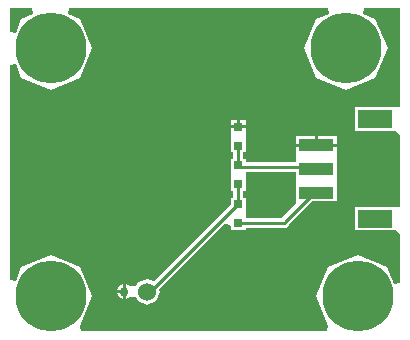
<source format=gtl>
%FSLAX25Y25*%
%MOIN*%
G70*
G01*
G75*
G04 Layer_Physical_Order=1*
G04 Layer_Color=255*
%ADD10R,0.11811X0.05906*%
%ADD11R,0.11811X0.03937*%
%ADD12R,0.03000X0.02500*%
%ADD13C,0.01000*%
%ADD14C,0.06000*%
%ADD15C,0.03000*%
%ADD16C,0.03937*%
%ADD17C,0.23622*%
G36*
X132235Y76787D02*
X132235D01*
X130921D01*
X130843Y76787D01*
X130843Y76787D01*
X130843Y76787D01*
X117110D01*
Y68882D01*
X130843D01*
X130843Y68882D01*
X130843Y68882D01*
X130921Y68882D01*
X132235Y67568D01*
Y43716D01*
X132235D01*
X130921D01*
X130843Y43716D01*
X130843Y43716D01*
X130843Y43716D01*
X117110D01*
Y35811D01*
X130843D01*
X130843Y35811D01*
X130843Y35811D01*
X130921Y35811D01*
X132235Y34498D01*
Y18202D01*
X130304Y17818D01*
X127915Y23585D01*
X118110Y27646D01*
X108305Y23585D01*
X104244Y13780D01*
X108305Y3974D01*
Y3974D01*
Y3974D01*
X107937Y2124D01*
X25921D01*
X25553Y3974D01*
Y3974D01*
D01*
X29615Y13780D01*
X25553Y23585D01*
X15748Y27646D01*
X5943Y23585D01*
X4054Y19025D01*
X2124Y19409D01*
Y90827D01*
X4054Y91211D01*
X5943Y86652D01*
X15748Y82590D01*
X25553Y86652D01*
X29615Y96457D01*
X25553Y106262D01*
X21488Y107946D01*
X21872Y109876D01*
X108049D01*
X108433Y107946D01*
X104368Y106262D01*
X100307Y96457D01*
X104368Y86652D01*
X114173Y82590D01*
X123978Y86652D01*
X128040Y96457D01*
X123978Y106262D01*
X119913Y107946D01*
X120297Y109876D01*
X132235D01*
Y76787D01*
D02*
G37*
G36*
X10008Y107946D02*
X5943Y106262D01*
X4054Y101702D01*
X2124Y102086D01*
Y109827D01*
X2173Y109876D01*
X9624D01*
X10008Y107946D01*
D02*
G37*
%LPC*%
G36*
X103831Y67142D02*
X97425D01*
Y64673D01*
X103831D01*
Y67142D01*
D02*
G37*
G36*
X39783Y17924D02*
X38370Y17339D01*
X37785Y15925D01*
X39783D01*
Y17924D01*
D02*
G37*
G36*
Y14925D02*
X37785D01*
X38370Y13512D01*
X39783Y12926D01*
Y14925D01*
D02*
G37*
G36*
X111236Y67142D02*
X104831D01*
Y64673D01*
X111236D01*
Y67142D01*
D02*
G37*
G36*
X77784Y72612D02*
X75783D01*
Y70862D01*
X77784D01*
Y72612D01*
D02*
G37*
G36*
X80783D02*
X78784D01*
Y70862D01*
X80783D01*
Y72612D01*
D02*
G37*
G36*
Y69862D02*
X75783D01*
Y68112D01*
X75783Y68112D01*
X75783Y66313D01*
X75783D01*
Y61813D01*
X76660D01*
Y59730D01*
X75846D01*
Y55230D01*
X75846Y55230D01*
X75846Y53431D01*
X75846D01*
Y48931D01*
X76660D01*
Y46738D01*
X75795D01*
Y44551D01*
X50057Y18813D01*
X47783Y19755D01*
X44722Y18487D01*
X44206Y17241D01*
X42237D01*
X42197Y17339D01*
X40784Y17924D01*
Y15425D01*
Y12926D01*
X42197Y13512D01*
X42237Y13610D01*
X44206D01*
X44722Y12364D01*
X47783Y11096D01*
X50845Y12364D01*
X52113Y15425D01*
X51864Y16027D01*
X73977Y38140D01*
X75795Y37387D01*
Y35939D01*
X80795D01*
Y36565D01*
X93783D01*
X94932Y37041D01*
X95210Y37713D01*
X102954Y45457D01*
X111236D01*
Y51394D01*
D01*
Y51394D01*
X111236Y51394D01*
Y53331D01*
X111236D01*
Y59268D01*
D01*
Y59268D01*
X111236Y59268D01*
Y61205D01*
X111236D01*
Y63673D01*
X97425D01*
Y61205D01*
X97425Y61205D01*
X97425Y59268D01*
D01*
X97425Y58517D01*
X80847D01*
Y59730D01*
X79907D01*
Y61813D01*
X80783D01*
Y66313D01*
D01*
Y66313D01*
X80783Y66313D01*
Y68112D01*
X80783D01*
Y69862D01*
D02*
G37*
%LPD*%
G36*
X97425Y53331D02*
X97425Y53331D01*
X97425Y51394D01*
X97425D01*
Y45457D01*
X97425Y45457D01*
X97425D01*
X97699Y44795D01*
X92717Y39813D01*
X80795D01*
X80795Y40439D01*
D01*
Y42238D01*
X80795D01*
Y46738D01*
X79907D01*
Y48931D01*
X80847D01*
Y53431D01*
D01*
Y53431D01*
X80847Y53431D01*
Y55230D01*
D01*
X80847Y55270D01*
X97425D01*
Y53331D01*
D02*
G37*
D10*
X124016Y39764D02*
D03*
Y72835D02*
D03*
D11*
X104331Y64173D02*
D03*
Y48425D02*
D03*
Y56299D02*
D03*
Y64173D02*
D03*
D12*
X78295Y38189D02*
D03*
Y44488D02*
D03*
X78347Y51181D02*
D03*
Y57480D02*
D03*
X78284Y64063D02*
D03*
Y70362D02*
D03*
D13*
X47783Y15425D02*
X48965D01*
X77934Y44394D01*
X78284D01*
X78284Y56894D02*
Y64457D01*
X102283Y56894D02*
X103252Y55925D01*
X78284Y56894D02*
X102283D01*
X78284Y44394D02*
Y50394D01*
X93783Y38583D02*
X103252Y48051D01*
X78295Y38189D02*
X93783D01*
D14*
X47783Y15425D02*
D03*
D15*
X40284D02*
D03*
D16*
X9484Y20043D02*
D03*
X22012D02*
D03*
X15748Y22638D02*
D03*
X6890Y13780D02*
D03*
X9484Y7516D02*
D03*
X15748Y4921D02*
D03*
X22012Y7516D02*
D03*
X24606Y13780D02*
D03*
X111846Y20043D02*
D03*
X124374D02*
D03*
X118110Y22638D02*
D03*
X109252Y13780D02*
D03*
X111846Y7516D02*
D03*
X118110Y4921D02*
D03*
X124374Y7516D02*
D03*
X126969Y13780D02*
D03*
X9484Y102720D02*
D03*
X22012D02*
D03*
X15748Y105315D02*
D03*
X6890Y96457D02*
D03*
X9484Y90193D02*
D03*
X15748Y87598D02*
D03*
X22012Y90193D02*
D03*
X24606Y96457D02*
D03*
X107910Y102720D02*
D03*
X120437D02*
D03*
X114173Y105315D02*
D03*
X105315Y96457D02*
D03*
X107910Y90193D02*
D03*
X114173Y87598D02*
D03*
X120437Y90193D02*
D03*
X123031Y96457D02*
D03*
D17*
X15748Y13780D02*
D03*
X118110D02*
D03*
X15748Y96457D02*
D03*
X114173D02*
D03*
M02*

</source>
